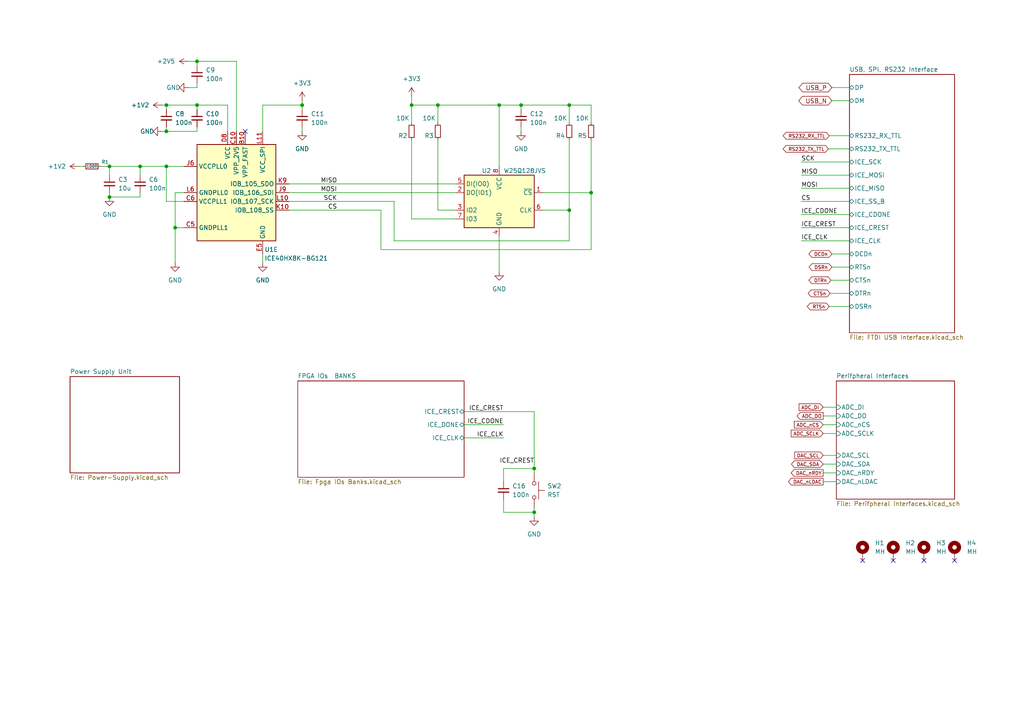
<source format=kicad_sch>
(kicad_sch (version 20211123) (generator eeschema)
  (paper "A4")
  (lib_symbols
    (symbol "Device:C_Small" (pin_numbers hide) (pin_names (offset 0.254) hide)
      (property "Reference" "C" (at 0.254 1.778 0))
      (property "Value" "C_Small" (at 0.254 -2.032 0))
      (symbol "C_Small_0_1"
        (polyline (pts (xy -1.524 -0.508) (xy 1.524 -0.508)) (stroke (width 0.3302)))
        (polyline (pts (xy -1.524 0.508) (xy 1.524 0.508)) (stroke (width 0.3048)))
      )
      (symbol "C_Small_1_1"
        (pin passive line (at 0 2.54 270) (length 2.032) (name "~") (number "1"))
        (pin passive line (at 0 -2.54 90) (length 2.032) (name "~") (number "2"))
      )
    )
    (symbol "Device:R_Small" (pin_numbers hide) (pin_names (offset 0.254) hide)
      (property "Reference" "R" (at 0.762 0.508 0))
      (property "Value" "R_Small" (at 0.762 -1.016 0))
      (symbol "R_Small_0_1"
        (rectangle (start -0.762 1.778) (end 0.762 -1.778) (stroke (width 0.2032)))
      )
      (symbol "R_Small_1_1"
        (pin passive line (at 0 2.54 270) (length 0.762) (name "~") (number "1"))
        (pin passive line (at 0 -2.54 90) (length 0.762) (name "~") (number "2"))
      )
    )
    (symbol "FPGA_Lattice:ICE40HX8K-BG121"
      (property "Reference" "U" (at 2.54 44.45 0))
      (property "Value" "ICE40HX8K-BG121" (at 10.16 41.91 0))
      (symbol "ICE40HX8K-BG121_1_1"
        (rectangle (start -8.89 31.75) (end 8.89 -38.1) (stroke (width 0.254)) (fill (type background)))
        (pin bidirectional line (at -12.7 -35.56 0) (length 3.81) (name "IOT_225") (number "A1"))
        (pin bidirectional line (at -12.7 17.78 0) (length 3.81) (name "IOT_170") (number "A10"))
        (pin bidirectional line (at -12.7 20.32 0) (length 3.81) (name "IOT_168") (number "A11"))
        (pin bidirectional line (at -12.7 -30.48 0) (length 3.81) (name "IOT_222") (number "A2"))
        (pin bidirectional line (at -12.7 -33.02 0) (length 3.81) (name "IOT_223") (number "A3"))
        (pin bidirectional line (at -12.7 -20.32 0) (length 3.81) (name "IOT_211") (number "A4"))
        (pin bidirectional line (at -12.7 -15.24 0) (length 3.81) (name "IOT_207") (number "A5"))
        (pin bidirectional line (at -12.7 -12.7 0) (length 3.81) (name "IOT_206") (number "A6"))
        (pin bidirectional line (at -12.7 -5.08 0) (length 3.81) (name "IOT_192") (number "A7"))
        (pin bidirectional line (at -12.7 0 0) (length 3.81) (name "IOT_190") (number "A8"))
        (pin bidirectional line (at -12.7 7.62 0) (length 3.81) (name "IOT_178") (number "A9"))
        (pin bidirectional line (at -12.7 -27.94 0) (length 3.81) (name "IOT_221") (number "B3"))
        (pin bidirectional line (at -12.7 -25.4 0) (length 3.81) (name "IOT_219") (number "B4"))
        (pin bidirectional line (at -12.7 -17.78 0) (length 3.81) (name "IOT_208") (number "B5"))
        (pin bidirectional line (at -12.7 -10.16 0) (length 3.81) (name "IOT_198_GBIN0") (number "B6"))
        (pin bidirectional line (at -12.7 -7.62 0) (length 3.81) (name "IOT_197_GBIN1") (number "B7"))
        (pin bidirectional line (at -12.7 10.16 0) (length 3.81) (name "IOT_177") (number "B8"))
        (pin bidirectional line (at -12.7 12.7 0) (length 3.81) (name "IOT_174") (number "B9"))
        (pin bidirectional line (at -12.7 -2.54 0) (length 3.81) (name "IOT_191") (number "C7"))
        (pin bidirectional line (at -12.7 5.08 0) (length 3.81) (name "IOT_179") (number "C8"))
        (pin bidirectional line (at -12.7 15.24 0) (length 3.81) (name "IOT_172") (number "C9"))
        (pin bidirectional line (at -12.7 -22.86 0) (length 3.81) (name "IOT_212") (number "D5"))
        (pin power_in line (at 0 35.56 270) (length 3.81) (name "VCCIO_0") (number "D6"))
        (pin bidirectional line (at -12.7 2.54 0) (length 3.81) (name "IOT_181") (number "D7"))
      )
      (symbol "ICE40HX8K-BG121_2_1"
        (rectangle (start -8.89 31.75) (end 8.89 -33.02) (stroke (width 0.254)) (fill (type background)))
        (pin bidirectional line (at -12.7 -30.48 0) (length 3.81) (name "IOR_161") (number "B11"))
        (pin bidirectional line (at -12.7 -27.94 0) (length 3.81) (name "IOR_160") (number "C11"))
        (pin bidirectional line (at -12.7 -25.4 0) (length 3.81) (name "IOR_154") (number "D10"))
        (pin bidirectional line (at -12.7 -22.86 0) (length 3.81) (name "IOR_152") (number "D11"))
        (pin bidirectional line (at -12.7 -17.78 0) (length 3.81) (name "IOR_147") (number "D9"))
        (pin bidirectional line (at -12.7 -10.16 0) (length 3.81) (name "IOR_141_GBIN2") (number "E10"))
        (pin bidirectional line (at -12.7 -20.32 0) (length 3.81) (name "IOR_148") (number "E11"))
        (pin bidirectional line (at -12.7 -15.24 0) (length 3.81) (name "IOR_146") (number "E8"))
        (pin bidirectional line (at -12.7 -12.7 0) (length 3.81) (name "IOR_144") (number "E9"))
        (pin bidirectional line (at -12.7 -2.54 0) (length 3.81) (name "IOR_136") (number "F10"))
        (pin bidirectional line (at -12.7 -7.62 0) (length 3.81) (name "IOR_140_GBIN3") (number "F11"))
        (pin power_in line (at 0 35.56 270) (length 3.81) (name "VCCIO_1") (number "F8"))
        (pin bidirectional line (at -12.7 -5.08 0) (length 3.81) (name "IOR_137") (number "F9"))
        (pin bidirectional line (at -12.7 5.08 0) (length 3.81) (name "IOR_120") (number "G10"))
        (pin bidirectional line (at -12.7 0 0) (length 3.81) (name "IOR_129") (number "G11"))
        (pin bidirectional line (at -12.7 10.16 0) (length 3.81) (name "IOR_118") (number "G8"))
        (pin bidirectional line (at -12.7 2.54 0) (length 3.81) (name "IOR_128") (number "G9"))
        (pin bidirectional line (at -12.7 15.24 0) (length 3.81) (name "IOR_116") (number "H10"))
        (pin bidirectional line (at -12.7 7.62 0) (length 3.81) (name "IOR_119") (number "H11"))
        (pin bidirectional line (at -12.7 12.7 0) (length 3.81) (name "IOR_117") (number "J10"))
        (pin bidirectional line (at -12.7 20.32 0) (length 3.81) (name "IOR_114") (number "J11"))
        (pin bidirectional line (at -12.7 17.78 0) (length 3.81) (name "IOR_115") (number "K11"))
      )
      (symbol "ICE40HX8K-BG121_3_1"
        (rectangle (start -11.43 29.21) (end 11.43 -31.75) (stroke (width 0.254)) (fill (type background)))
        (pin power_in line (at 0 33.02 270) (length 3.81) (name "VCCIO_2") (number "H6"))
        (pin bidirectional line (at -15.24 -15.24 0) (length 3.81) (name "IOB_87") (number "H7"))
        (pin bidirectional line (at -15.24 -27.94 0) (length 3.81) (name "IOB_104_CBSEL1") (number "H9"))
        (pin bidirectional line (at -15.24 15.24 0) (length 3.81) (name "IOB_57") (number "J3"))
        (pin bidirectional line (at -15.24 7.62 0) (length 3.81) (name "IOB_64") (number "J4"))
        (pin bidirectional line (at -15.24 -2.54 0) (length 3.81) (name "IOB_78") (number "J5"))
        (pin bidirectional line (at -15.24 -12.7 0) (length 3.81) (name "IOB_86") (number "J7"))
        (pin bidirectional line (at -15.24 -20.32 0) (length 3.81) (name "IOB_91") (number "J8"))
        (pin bidirectional line (at -15.24 10.16 0) (length 3.81) (name "IOB_63") (number "K3"))
        (pin bidirectional line (at -15.24 0 0) (length 3.81) (name "IOB_73") (number "K4"))
        (pin bidirectional line (at -15.24 -5.08 0) (length 3.81) (name "IOB_79") (number "K5"))
        (pin bidirectional line (at -15.24 -10.16 0) (length 3.81) (name "IOB_82_GBIN4") (number "K6"))
        (pin bidirectional line (at -15.24 -17.78 0) (length 3.81) (name "IOB_89") (number "K7"))
        (pin open_collector line (at 15.24 25.4 180) (length 3.81) (name "CDONE") (number "K8"))
        (pin bidirectional line (at -15.24 17.78 0) (length 3.81) (name "IOB_56") (number "L1"))
        (pin bidirectional line (at -15.24 12.7 0) (length 3.81) (name "IOB_61") (number "L2"))
        (pin bidirectional line (at -15.24 5.08 0) (length 3.81) (name "IOB_71") (number "L3"))
        (pin bidirectional line (at -15.24 2.54 0) (length 3.81) (name "IOB_72") (number "L4"))
        (pin bidirectional line (at -15.24 -7.62 0) (length 3.81) (name "IOB_81_GBIN5") (number "L5"))
        (pin bidirectional line (at -15.24 -22.86 0) (length 3.81) (name "IOB_94") (number "L7"))
        (pin bidirectional line (at -15.24 -25.4 0) (length 3.81) (name "IOB_103_CBSEL0") (number "L8"))
        (pin input line (at -15.24 25.4 0) (length 3.81) (name "~{CRESET}") (number "L9"))
      )
      (symbol "ICE40HX8K-BG121_4_1"
        (rectangle (start -8.89 39.37) (end 8.89 -39.37) (stroke (width 0.254)) (fill (type background)))
        (pin bidirectional line (at -12.7 27.94 0) (length 3.81) (name "IOL_2A") (number "B1"))
        (pin bidirectional line (at -12.7 25.4 0) (length 3.81) (name "IOL_2B") (number "B2"))
        (pin bidirectional line (at -12.7 15.24 0) (length 3.81) (name "IOL_5B") (number "C1"))
        (pin bidirectional line (at -12.7 17.78 0) (length 3.81) (name "IOL_5A") (number "C2"))
        (pin bidirectional line (at -12.7 20.32 0) (length 3.81) (name "IOL_4B") (number "C3"))
        (pin bidirectional line (at -12.7 22.86 0) (length 3.81) (name "IOL_4A") (number "C4"))
        (pin bidirectional line (at -12.7 10.16 0) (length 3.81) (name "IOL_8B") (number "D1"))
        (pin bidirectional line (at -12.7 7.62 0) (length 3.81) (name "IOL_9A") (number "D2"))
        (pin bidirectional line (at -12.7 5.08 0) (length 3.81) (name "IOL_9B") (number "D3"))
        (pin bidirectional line (at -12.7 12.7 0) (length 3.81) (name "IOL_8A") (number "E1"))
        (pin bidirectional line (at -12.7 2.54 0) (length 3.81) (name "IOL_10A") (number "E2"))
        (pin bidirectional line (at -12.7 0 0) (length 3.81) (name "IOL_10B") (number "E3"))
        (pin power_in line (at 0 43.18 270) (length 3.81) (name "VCCIO_3") (number "E4"))
        (pin bidirectional line (at -12.7 -2.54 0) (length 3.81) (name "IOL_12A") (number "F1"))
        (pin bidirectional line (at -12.7 -5.08 0) (length 3.81) (name "IOL_12B") (number "F2"))
        (pin bidirectional line (at -12.7 -10.16 0) (length 3.81) (name "IOL_13B_GBIN7") (number "F3"))
        (pin bidirectional line (at -12.7 -7.62 0) (length 3.81) (name "IOL_13A") (number "F4"))
        (pin bidirectional line (at -12.7 -12.7 0) (length 3.81) (name "IOL_14A_GBIN6") (number "G1"))
        (pin bidirectional line (at -12.7 -15.24 0) (length 3.81) (name "IOL_14B") (number "G2"))
        (pin bidirectional line (at -12.7 -17.78 0) (length 3.81) (name "IOL_17A") (number "G3"))
        (pin passive line (at 0 43.18 270) (length 3.81) hide (name "VCCIO_3") (number "G4"))
        (pin bidirectional line (at -12.7 -22.86 0) (length 3.81) (name "IOL_18A") (number "H1"))
        (pin bidirectional line (at -12.7 -25.4 0) (length 3.81) (name "IOL_18B") (number "H2"))
        (pin bidirectional line (at -12.7 -20.32 0) (length 3.81) (name "IOL_17B") (number "H3"))
        (pin bidirectional line (at -12.7 -27.94 0) (length 3.81) (name "IOL_23A") (number "J1"))
        (pin bidirectional line (at -12.7 -35.56 0) (length 3.81) (name "IOL_25B") (number "J2"))
        (pin bidirectional line (at -12.7 -30.48 0) (length 3.81) (name "IOL_23B") (number "K1"))
        (pin bidirectional line (at -12.7 -33.02 0) (length 3.81) (name "IOL_25A") (number "K2"))
      )
      (symbol "ICE40HX8K-BG121_5_1"
        (rectangle (start -11.43 13.97) (end 11.43 -13.97) (stroke (width 0.254)) (fill (type background)))
        (pin power_in line (at -2.54 17.78 270) (length 3.81) (name "VPP_FAST") (number "B10"))
        (pin power_in line (at 0 17.78 270) (length 3.81) (name "VPP_2V5") (number "C10"))
        (pin power_in line (at 15.24 -10.16 180) (length 3.81) (name "GNDPLL1") (number "C5"))
        (pin power_in line (at 15.24 -2.54 180) (length 3.81) (name "VCCPLL1") (number "C6"))
        (pin passive line (at 2.54 17.78 270) (length 3.81) hide (name "VCC") (number "D4"))
        (pin power_in line (at 2.54 17.78 270) (length 3.81) (name "VCC") (number "D8"))
        (pin power_in line (at -7.62 -17.78 90) (length 3.81) (name "GND") (number "E5"))
        (pin passive line (at -7.62 -17.78 90) (length 3.81) hide (name "GND") (number "E6"))
        (pin passive line (at -7.62 -17.78 90) (length 3.81) hide (name "GND") (number "E7"))
        (pin passive line (at -7.62 -17.78 90) (length 3.81) hide (name "GND") (number "F5"))
        (pin passive line (at -7.62 -17.78 90) (length 3.81) hide (name "GND") (number "F6"))
        (pin passive line (at -7.62 -17.78 90) (length 3.81) hide (name "GND") (number "F7"))
        (pin passive line (at -7.62 -17.78 90) (length 3.81) hide (name "GND") (number "G5"))
        (pin passive line (at -7.62 -17.78 90) (length 3.81) hide (name "GND") (number "G6"))
        (pin passive line (at -7.62 -17.78 90) (length 3.81) hide (name "GND") (number "G7"))
        (pin passive line (at 2.54 17.78 270) (length 3.81) hide (name "VCC") (number "H4"))
        (pin passive line (at -7.62 -17.78 90) (length 3.81) hide (name "GND") (number "H5"))
        (pin passive line (at 2.54 17.78 270) (length 3.81) hide (name "VCC") (number "H8"))
        (pin power_in line (at 15.24 7.62 180) (length 3.81) (name "VCCPLL0") (number "J6"))
        (pin bidirectional line (at -15.24 0 0) (length 3.81) (name "IOB_106_SDI") (number "J9"))
        (pin bidirectional line (at -15.24 -5.08 0) (length 3.81) (name "IOB_108_SS") (number "K10"))
        (pin bidirectional line (at -15.24 2.54 0) (length 3.81) (name "IOB_105_SDO") (number "K9"))
        (pin bidirectional line (at -15.24 -2.54 0) (length 3.81) (name "IOB_107_SCK") (number "L10"))
        (pin power_in line (at -7.62 17.78 270) (length 3.81) (name "VCC_SPI") (number "L11"))
        (pin power_in line (at 15.24 0 180) (length 3.81) (name "GNDPLL0") (number "L6"))
      )
    )
    (symbol "Mechanical:MountingHole_Pad" (pin_numbers hide) (pin_names (offset 1.016) hide)
      (property "Reference" "H" (at 0 6.35 0))
      (property "Value" "MountingHole_Pad" (at 0 4.445 0))
      (symbol "MountingHole_Pad_0_1"
        (circle (center 0 1.27) (radius 1.27) (stroke (width 1.27)))
      )
      (symbol "MountingHole_Pad_1_1"
        (pin input line (at 0 -2.54 90) (length 2.54) (name "1") (number "1"))
      )
    )
    (symbol "Memory_Flash:W25Q128JVS"
      (property "Reference" "U" (at -8.89 8.89 0))
      (property "Value" "W25Q128JVS" (at 7.62 8.89 0))
      (symbol "W25Q128JVS_0_1"
        (rectangle (start -10.16 7.62) (end 10.16 -7.62) (stroke (width 0.254)) (fill (type background)))
      )
      (symbol "W25Q128JVS_1_1"
        (pin input line (at -12.7 2.54 0) (length 2.54) (name "~{CS}") (number "1"))
        (pin bidirectional line (at 12.7 2.54 180) (length 2.54) (name "DO(IO1)") (number "2"))
        (pin bidirectional line (at 12.7 -2.54 180) (length 2.54) (name "IO2") (number "3"))
        (pin power_in line (at 0 -10.16 90) (length 2.54) (name "GND") (number "4"))
        (pin bidirectional line (at 12.7 5.08 180) (length 2.54) (name "DI(IO0)") (number "5"))
        (pin input line (at -12.7 -2.54 0) (length 2.54) (name "CLK") (number "6"))
        (pin bidirectional line (at 12.7 -5.08 180) (length 2.54) (name "IO3") (number "7"))
        (pin power_in line (at 0 10.16 270) (length 2.54) (name "VCC") (number "8"))
      )
    )
    (symbol "Switch:SW_Push" (pin_numbers hide) (pin_names (offset 1.016) hide)
      (property "Reference" "SW" (at 1.27 2.54 0))
      (property "Value" "SW_Push" (at 0 -1.524 0))
      (symbol "SW_Push_0_1"
        (circle (center -2.032 0) (radius 0.508))
        (polyline (pts (xy 0 1.27) (xy 0 3.048)))
        (polyline (pts (xy 2.54 1.27) (xy -2.54 1.27)))
        (circle (center 2.032 0) (radius 0.508))
        (pin passive line (at -5.08 0 0) (length 2.54) (name "1") (number "1"))
        (pin passive line (at 5.08 0 180) (length 2.54) (name "2") (number "2"))
      )
    )
    (symbol "power:+1V2" (power) (pin_names (offset 0))
      (property "Value" "+1V2" (at 0 3.556 0))
      (symbol "+1V2_0_1"
        (polyline (pts (xy -0.762 1.27) (xy 0 2.54)))
        (polyline (pts (xy 0 0) (xy 0 2.54)))
        (polyline (pts (xy 0 2.54) (xy 0.762 1.27)))
      )
      (symbol "+1V2_1_1"
        (pin power_in line (at 0 0 90) (length 0) hide (name "+1V2") (number "1"))
      )
    )
    (symbol "power:+2V5" (power) (pin_names (offset 0))
      (property "Value" "+2V5" (at 0 3.556 0))
      (symbol "+2V5_0_1"
        (polyline (pts (xy -0.762 1.27) (xy 0 2.54)))
        (polyline (pts (xy 0 0) (xy 0 2.54)))
        (polyline (pts (xy 0 2.54) (xy 0.762 1.27)))
      )
      (symbol "+2V5_1_1"
        (pin power_in line (at 0 0 90) (length 0) hide (name "+2V5") (number "1"))
      )
    )
    (symbol "power:+3.3V" (power) (pin_names (offset 0))
      (property "Value" "+3.3V" (at 0 3.556 0))
      (symbol "+3.3V_0_1"
        (polyline (pts (xy -0.762 1.27) (xy 0 2.54)))
        (polyline (pts (xy 0 0) (xy 0 2.54)))
        (polyline (pts (xy 0 2.54) (xy 0.762 1.27)))
      )
      (symbol "+3.3V_1_1"
        (pin power_in line (at 0 0 90) (length 0) hide (name "+3V3") (number "1"))
      )
    )
    (symbol "power:GND" (power) (pin_names (offset 0))
      (property "Value" "GND" (at 0 -3.81 0))
      (symbol "GND_0_1"
        (polyline (pts (xy 0 0) (xy 0 -1.27) (xy 1.27 -1.27) (xy 0 -2.54) (xy -1.27 -1.27) (xy 0 -1.27)))
      )
      (symbol "GND_1_1"
        (pin power_in line (at 0 0 270) (length 0) hide (name "GND") (number "1"))
      )
    )
  )
  (junction (at 154.94 135.89))
  (junction (at 57.15 30.48))
  (junction (at 48.26 30.48))
  (junction (at 144.78 30.48))
  (junction (at 31.75 57.15))
  (junction (at 154.94 148.59))
  (junction (at 87.63 30.48))
  (junction (at 151.13 30.48))
  (junction (at 40.64 48.26))
  (junction (at 57.15 17.78))
  (junction (at 31.75 48.26))
  (junction (at 127 30.48))
  (junction (at 48.26 48.26))
  (junction (at 165.1 30.48))
  (junction (at 50.8 66.04))
  (junction (at 48.26 38.1))
  (junction (at 171.45 55.88))
  (junction (at 165.1 60.96))
  (junction (at 119.38 30.48))
  (no_connect (at 276.86 162.56))
  (no_connect (at 250.19 162.56))
  (no_connect (at 259.08 162.56))
  (no_connect (at 267.97 162.56))
  (no_connect (at 71.12 38.1))
  (wire (pts (xy 53.34 66.04) (xy 50.8 66.04)))
  (wire (pts (xy 31.75 48.26) (xy 40.64 48.26)))
  (wire (pts (xy 48.26 30.48) (xy 57.15 30.48)))
  (wire (pts (xy 29.21 48.26) (xy 31.75 48.26)))
  (wire (pts (xy 144.78 30.48) (xy 144.78 48.26)))
  (wire (pts (xy 127 40.64) (xy 127 60.96)))
  (wire (pts (xy 151.13 30.48) (xy 165.1 30.48)))
  (wire (pts (xy 154.94 147.32) (xy 154.94 148.59)))
  (wire (pts (xy 232.41 58.42) (xy 246.38 58.42)))
  (wire (pts (xy 76.2 30.48) (xy 87.63 30.48)))
  (wire (pts (xy 241.3 77.47) (xy 246.38 77.47)))
  (wire (pts (xy 48.26 36.83) (xy 48.26 38.1)))
  (wire (pts (xy 241.3 73.66) (xy 246.38 73.66)))
  (wire (pts (xy 238.76 125.73) (xy 242.57 125.73)))
  (wire (pts (xy 127 30.48) (xy 127 35.56)))
  (wire (pts (xy 157.48 55.88) (xy 171.45 55.88)))
  (wire (pts (xy 238.76 139.7) (xy 242.57 139.7)))
  (wire (pts (xy 165.1 69.85) (xy 114.3 69.85)))
  (wire (pts (xy 240.538 39.37) (xy 246.38 39.37)))
  (wire (pts (xy 241.3 25.4) (xy 246.38 25.4)))
  (wire (pts (xy 154.94 135.89) (xy 154.94 137.16)))
  (wire (pts (xy 57.15 30.48) (xy 57.15 31.75)))
  (wire (pts (xy 146.05 144.78) (xy 146.05 148.59)))
  (wire (pts (xy 165.1 40.64) (xy 165.1 60.96)))
  (wire (pts (xy 40.64 55.88) (xy 40.64 57.15)))
  (wire (pts (xy 50.8 55.88) (xy 50.8 66.04)))
  (wire (pts (xy 83.82 60.96) (xy 110.49 60.96)))
  (wire (pts (xy 232.41 54.61) (xy 246.38 54.61)))
  (wire (pts (xy 232.41 69.85) (xy 246.38 69.85)))
  (wire (pts (xy 83.82 55.88) (xy 132.08 55.88)))
  (wire (pts (xy 48.26 48.26) (xy 48.26 58.42)))
  (wire (pts (xy 46.99 30.48) (xy 48.26 30.48)))
  (wire (pts (xy 53.34 55.88) (xy 50.8 55.88)))
  (wire (pts (xy 144.78 68.58) (xy 144.78 78.74)))
  (wire (pts (xy 238.76 120.65) (xy 242.57 120.65)))
  (wire (pts (xy 22.86 48.26) (xy 24.13 48.26)))
  (wire (pts (xy 240.284 43.18) (xy 246.38 43.18)))
  (wire (pts (xy 238.76 132.08) (xy 242.57 132.08)))
  (wire (pts (xy 40.64 48.26) (xy 40.64 50.8)))
  (wire (pts (xy 119.38 63.5) (xy 119.38 40.64)))
  (wire (pts (xy 232.41 66.04) (xy 246.38 66.04)))
  (wire (pts (xy 232.41 46.99) (xy 246.38 46.99)))
  (wire (pts (xy 54.61 17.78) (xy 57.15 17.78)))
  (wire (pts (xy 241.046 81.28) (xy 246.38 81.28)))
  (wire (pts (xy 240.538 88.9) (xy 246.38 88.9)))
  (wire (pts (xy 171.45 55.88) (xy 171.45 72.39)))
  (wire (pts (xy 119.38 27.94) (xy 119.38 30.48)))
  (wire (pts (xy 119.38 30.48) (xy 119.38 35.56)))
  (wire (pts (xy 238.76 123.19) (xy 242.57 123.19)))
  (wire (pts (xy 57.15 25.4) (xy 57.15 24.13)))
  (wire (pts (xy 68.58 17.78) (xy 68.58 38.1)))
  (wire (pts (xy 134.62 119.38) (xy 154.94 119.38)))
  (wire (pts (xy 171.45 30.48) (xy 171.45 35.56)))
  (wire (pts (xy 57.15 17.78) (xy 68.58 17.78)))
  (wire (pts (xy 76.2 73.66) (xy 76.2 76.2)))
  (wire (pts (xy 46.99 38.1) (xy 48.26 38.1)))
  (wire (pts (xy 66.04 38.1) (xy 66.04 30.48)))
  (wire (pts (xy 48.26 38.1) (xy 57.15 38.1)))
  (wire (pts (xy 134.62 123.19) (xy 146.05 123.19)))
  (wire (pts (xy 110.49 72.39) (xy 110.49 60.96)))
  (wire (pts (xy 241.3 29.21) (xy 246.38 29.21)))
  (wire (pts (xy 31.75 55.88) (xy 31.75 57.15)))
  (wire (pts (xy 165.1 60.96) (xy 165.1 69.85)))
  (wire (pts (xy 238.76 134.62) (xy 242.57 134.62)))
  (wire (pts (xy 132.08 63.5) (xy 119.38 63.5)))
  (wire (pts (xy 127 60.96) (xy 132.08 60.96)))
  (wire (pts (xy 53.34 58.42) (xy 48.26 58.42)))
  (wire (pts (xy 76.2 38.1) (xy 76.2 30.48)))
  (wire (pts (xy 232.41 62.23) (xy 246.38 62.23)))
  (wire (pts (xy 165.1 30.48) (xy 171.45 30.48)))
  (wire (pts (xy 171.45 72.39) (xy 110.49 72.39)))
  (wire (pts (xy 146.05 139.7) (xy 146.05 135.89)))
  (wire (pts (xy 232.41 50.8) (xy 246.38 50.8)))
  (wire (pts (xy 87.63 30.48) (xy 87.63 31.75)))
  (wire (pts (xy 119.38 30.48) (xy 127 30.48)))
  (wire (pts (xy 134.62 127) (xy 146.05 127)))
  (wire (pts (xy 238.76 137.16) (xy 242.57 137.16)))
  (wire (pts (xy 146.05 148.59) (xy 154.94 148.59)))
  (wire (pts (xy 50.8 66.04) (xy 50.8 76.2)))
  (wire (pts (xy 87.63 36.83) (xy 87.63 38.1)))
  (wire (pts (xy 114.3 69.85) (xy 114.3 58.42)))
  (wire (pts (xy 31.75 57.15) (xy 40.64 57.15)))
  (wire (pts (xy 83.82 53.34) (xy 132.08 53.34)))
  (wire (pts (xy 48.26 48.26) (xy 53.34 48.26)))
  (wire (pts (xy 144.78 30.48) (xy 151.13 30.48)))
  (wire (pts (xy 154.94 148.59) (xy 154.94 149.86)))
  (wire (pts (xy 66.04 30.48) (xy 57.15 30.48)))
  (wire (pts (xy 57.15 17.78) (xy 57.15 19.05)))
  (wire (pts (xy 240.792 85.09) (xy 246.38 85.09)))
  (wire (pts (xy 57.15 38.1) (xy 57.15 36.83)))
  (wire (pts (xy 83.82 58.42) (xy 114.3 58.42)))
  (wire (pts (xy 151.13 36.83) (xy 151.13 38.1)))
  (wire (pts (xy 146.05 135.89) (xy 154.94 135.89)))
  (wire (pts (xy 151.13 31.75) (xy 151.13 30.48)))
  (wire (pts (xy 31.75 48.26) (xy 31.75 50.8)))
  (wire (pts (xy 165.1 30.48) (xy 165.1 35.56)))
  (wire (pts (xy 154.94 119.38) (xy 154.94 135.89)))
  (wire (pts (xy 127 30.48) (xy 144.78 30.48)))
  (wire (pts (xy 87.63 29.21) (xy 87.63 30.48)))
  (wire (pts (xy 157.48 60.96) (xy 165.1 60.96)))
  (wire (pts (xy 48.26 30.48) (xy 48.26 31.75)))
  (wire (pts (xy 171.45 40.64) (xy 171.45 55.88)))
  (wire (pts (xy 54.61 25.4) (xy 57.15 25.4)))
  (wire (pts (xy 40.64 48.26) (xy 48.26 48.26)))
  (wire (pts (xy 238.76 118.11) (xy 242.57 118.11)))
  (label "ICE_CDONE" (at 146.05 123.19 180))
  (label "ICE_CREST" (at 232.41 66.04 0))
  (label "MISO" (at 97.79 53.34 180))
  (label "SCK" (at 97.79 58.42 180))
  (label "ICE_CREST" (at 146.05 119.38 180))
  (label "ICE_CREST" (at 154.94 134.62 180))
  (label "ICE_CLK" (at 232.41 69.85 0))
  (label "CS" (at 97.79 60.96 180))
  (label "MISO" (at 232.41 50.8 0))
  (label "CS" (at 232.41 58.42 0))
  (label "ICE_CDONE" (at 232.41 62.23 0))
  (label "MOSI" (at 232.41 54.61 0))
  (label "ICE_CLK" (at 146.05 127 180))
  (label "SCK" (at 232.41 46.99 0))
  (label "MOSI" (at 97.79 55.88 180))
  (global_label "DSRn" (shape bidirectional) (at 241.3 77.47 180) (effects (font (size 1 1))) (property "Intersheet References" "${INTERSHEET_REFS}" (effects hide)))
  (global_label "ADC_DO" (shape output) (at 238.76 120.65 180) (effects (font (size 1 1))) (property "Intersheet References" "${INTERSHEET_REFS}" (effects hide)))
  (global_label "DAC_SDA" (shape bidirectional) (at 238.76 134.62 180) (effects (font (size 1 1))) (property "Intersheet References" "${INTERSHEET_REFS}" (effects hide)))
  (global_label "RS232_TX_TTL" (shape bidirectional) (at 240.284 43.18 180) (effects (font (size 1 1))) (property "Intersheet References" "${INTERSHEET_REFS}" (effects hide)))
  (global_label "USB_N" (shape bidirectional) (at 241.3 29.21 180) (property "Intersheet References" "${INTERSHEET_REFS}" (effects hide)))
  (global_label "CTSn" (shape bidirectional) (at 240.792 85.09 180) (effects (font (size 1 1))) (property "Intersheet References" "${INTERSHEET_REFS}" (effects hide)))
  (global_label "DAC_nLDAC" (shape output) (at 238.76 139.7 180) (effects (font (size 1 1))) (property "Intersheet References" "${INTERSHEET_REFS}" (effects hide)))
  (global_label "DTRn" (shape bidirectional) (at 241.046 81.28 180) (effects (font (size 1 1))) (property "Intersheet References" "${INTERSHEET_REFS}" (effects hide)))
  (global_label "ADC_nCS" (shape input) (at 238.76 123.19 180) (effects (font (size 1 1))) (property "Intersheet References" "${INTERSHEET_REFS}" (effects hide)))
  (global_label "DCDn" (shape bidirectional) (at 241.3 73.66 180) (effects (font (size 1 1))) (property "Intersheet References" "${INTERSHEET_REFS}" (effects hide)))
  (global_label "DAC_nRDY" (shape output) (at 238.76 137.16 180) (effects (font (size 1 1))) (property "Intersheet References" "${INTERSHEET_REFS}" (effects hide)))
  (global_label "ADC_DI" (shape input) (at 238.76 118.11 180) (effects (font (size 1 1))) (property "Intersheet References" "${INTERSHEET_REFS}" (effects hide)))
  (global_label "ADC_SCLK" (shape input) (at 238.76 125.73 180) (effects (font (size 1 1))) (property "Intersheet References" "${INTERSHEET_REFS}" (effects hide)))
  (global_label "RS232_RX_TTL" (shape bidirectional) (at 240.538 39.37 180) (effects (font (size 1 1))) (property "Intersheet References" "${INTERSHEET_REFS}" (effects hide)))
  (global_label "RTSn" (shape bidirectional) (at 240.538 88.9 180) (effects (font (size 1 1))) (property "Intersheet References" "${INTERSHEET_REFS}" (effects hide)))
  (global_label "USB_P" (shape bidirectional) (at 241.3 25.4 180) (property "Intersheet References" "${INTERSHEET_REFS}" (effects hide)))
  (global_label "DAC_SCL" (shape input) (at 238.76 132.08 180) (effects (font (size 1 1))) (property "Intersheet References" "${INTERSHEET_REFS}" (effects hide)))
  (symbol (lib_id "Device:R_Small") (at 165.1 38.1 180) (unit 1)
    (property "Reference" "R4" (at 162.56 39.37 0))
    (property "Value" "10K" (at 162.56 34.29 0))
    (property "Footprint" "Resistor_SMD:R_0603_1608Metric" (effects hide))
  )
  (symbol (lib_id "power:+3.3V") (at 87.63 29.21 0) (unit 1)
    (property "Reference" "#PWR09" (effects hide))
    (property "Value" "+3.3V" (at 87.63 24.13 0))
  )
  (symbol (lib_id "power:+2V5") (at 54.61 17.78 90) (unit 1)
    (property "Reference" "#PWR02" (effects hide))
    (property "Value" "+2V5" (at 50.8 17.7799 90) (effects (justify left)))
  )
  (symbol (lib_id "power:GND") (at 154.94 149.86 0) (unit 1)
    (property "Reference" "#PWR045" (effects hide))
    (property "Value" "GND" (at 154.94 154.94 0))
  )
  (symbol (lib_id "Memory_Flash:W25Q128JVS") (at 144.78 58.42 0) (mirror y) (unit 1)
    (property "Reference" "U2" (at 139.7 49.53 0) (effects (justify right)))
    (property "Value" "W25Q128JVS" (at 146.05 49.53 0) (effects (justify right)))
    (property "Footprint" "Package_SO:SOIC-8_3.9x4.9mm_P1.27mm" (effects hide))
    (property "Datasheet" "http://www.winbond.com/resource-files/w25q128jv_dtr%20revc%2003272018%20plus.pdf" (effects hide))
  )
  (symbol (lib_id "power:GND") (at 151.13 38.1 0) (unit 1)
    (property "Reference" "#PWR013" (effects hide))
    (property "Value" "GND" (at 151.13 43.18 0))
  )
  (symbol (lib_id "Mechanical:MountingHole_Pad") (at 259.08 160.02 0) (unit 1)
    (property "Reference" "H2" (at 262.636 157.4799 0) (effects (justify left)))
    (property "Value" "MH" (at 262.636 160.0199 0) (effects (justify left)))
    (property "Footprint" "MountingHole:MountingHole_2.2mm_M2_Pad_Via" (effects hide))
  )
  (symbol (lib_id "power:GND") (at 54.61 25.4 270) (unit 1)
    (property "Reference" "#PWR03" (effects hide))
    (property "Value" "GND" (at 48.26 25.4 90) (effects (justify left)))
  )
  (symbol (lib_id "power:GND") (at 31.75 57.15 0) (unit 1)
    (property "Reference" "#PWR06" (effects hide))
    (property "Value" "GND" (at 31.75 62.23 0))
  )
  (symbol (lib_id "Device:C_Small") (at 146.05 142.24 0) (unit 1)
    (property "Reference" "C16" (at 148.59 140.9762 0) (effects (justify left)))
    (property "Value" "100n" (at 148.59 143.5162 0) (effects (justify left)))
    (property "Footprint" "Capacitor_SMD:C_0603_1608Metric" (effects hide))
  )
  (symbol (lib_id "Device:R_Small") (at 119.38 38.1 180) (unit 1)
    (property "Reference" "R2" (at 116.84 39.37 0))
    (property "Value" "10K" (at 116.84 34.29 0))
    (property "Footprint" "Resistor_SMD:R_0603_1608Metric" (effects hide))
  )
  (symbol (lib_id "Mechanical:MountingHole_Pad") (at 267.97 160.02 0) (unit 1)
    (property "Reference" "H3" (at 271.526 157.4799 0) (effects (justify left)))
    (property "Value" "MH" (at 271.526 160.0199 0) (effects (justify left)))
    (property "Footprint" "MountingHole:MountingHole_2.2mm_M2_Pad_Via" (effects hide))
  )
  (symbol (lib_id "Device:C_Small") (at 57.15 21.59 0) (unit 1)
    (property "Reference" "C9" (at 59.69 20.3262 0) (effects (justify left)))
    (property "Value" "100n" (at 59.69 22.8662 0) (effects (justify left)))
    (property "Footprint" "Capacitor_SMD:C_0603_1608Metric" (effects hide))
  )
  (symbol (lib_id "Switch:SW_Push") (at 154.94 142.24 270) (unit 1)
    (property "Reference" "SW2" (at 158.75 140.9699 90) (effects (justify left)))
    (property "Value" "RST" (at 158.75 143.5099 90) (effects (justify left)))
    (property "Footprint" "Button_Switch_SMD:SW_SPST_CK_RS282G05A3" (effects hide))
  )
  (symbol (lib_id "Mechanical:MountingHole_Pad") (at 276.86 160.02 0) (unit 1)
    (property "Reference" "H4" (at 280.416 157.4799 0) (effects (justify left)))
    (property "Value" "MH" (at 280.416 160.0199 0) (effects (justify left)))
    (property "Footprint" "MountingHole:MountingHole_2.2mm_M2_Pad_Via" (effects hide))
  )
  (symbol (lib_id "Device:C_Small") (at 31.75 53.34 0) (unit 1)
    (property "Reference" "C3" (at 34.29 52.0762 0) (effects (justify left)))
    (property "Value" "10u" (at 34.29 54.6162 0) (effects (justify left)))
    (property "Footprint" "Capacitor_SMD:C_0603_1608Metric" (effects hide))
  )
  (symbol (lib_id "FPGA_Lattice:ICE40HX8K-BG121") (at 68.58 55.88 0) (mirror y) (unit 5)
    (property "Reference" "U1" (at 76.7206 72.39 0) (effects (justify right)))
    (property "Value" "ICE40HX8K-BG121" (at 76.7206 74.93 0) (effects (justify right)))
    (property "Footprint" "Package_BGA:BGA-121_9.0x9.0mm_Layout11x11_P0.8mm_Ball0.4mm_Pad0.35mm_NSMD" (effects hide))
    (property "Datasheet" "http://www.latticesemi.com/Products/FPGAandCPLD/iCE40" (effects hide))
  )
  (symbol (lib_id "power:+1V2") (at 22.86 48.26 90) (unit 1)
    (property "Reference" "#PWR01" (effects hide))
    (property "Value" "+1V2" (at 16.51 48.26 90))
  )
  (symbol (lib_id "Device:C_Small") (at 151.13 34.29 0) (unit 1)
    (property "Reference" "C12" (at 153.67 33.0262 0) (effects (justify left)))
    (property "Value" "100n" (at 153.67 35.5662 0) (effects (justify left)))
    (property "Footprint" "Capacitor_SMD:C_0603_1608Metric" (effects hide))
  )
  (symbol (lib_id "power:GND") (at 144.78 78.74 0) (unit 1)
    (property "Reference" "#PWR012" (effects hide))
    (property "Value" "GND" (at 144.78 83.82 0))
  )
  (symbol (lib_id "power:+3.3V") (at 119.38 27.94 0) (unit 1)
    (property "Reference" "#PWR011" (effects hide))
    (property "Value" "+3.3V" (at 119.38 22.86 0))
  )
  (symbol (lib_id "Device:C_Small") (at 57.15 34.29 0) (unit 1)
    (property "Reference" "C10" (at 59.69 33.0262 0) (effects (justify left)))
    (property "Value" "100n" (at 59.69 35.5662 0) (effects (justify left)))
    (property "Footprint" "Capacitor_SMD:C_0603_1608Metric" (effects hide))
  )
  (symbol (lib_id "Device:C_Small") (at 40.64 53.34 0) (unit 1)
    (property "Reference" "C6" (at 43.18 52.0762 0) (effects (justify left)))
    (property "Value" "100n" (at 43.18 54.6162 0) (effects (justify left)))
    (property "Footprint" "Capacitor_SMD:C_0603_1608Metric" (effects hide))
  )
  (symbol (lib_id "power:GND") (at 50.8 76.2 0) (mirror y) (unit 1)
    (property "Reference" "#PWR07" (effects hide))
    (property "Value" "GND" (at 50.8 81.28 0))
  )
  (symbol (lib_id "power:GND") (at 87.63 38.1 0) (unit 1)
    (property "Reference" "#PWR010" (effects hide))
    (property "Value" "GND" (at 87.63 43.18 0))
  )
  (symbol (lib_id "Device:R_Small") (at 127 38.1 180) (unit 1)
    (property "Reference" "R3" (at 124.46 39.37 0))
    (property "Value" "10K" (at 124.46 34.29 0))
    (property "Footprint" "Resistor_SMD:R_0603_1608Metric" (effects hide))
  )
  (symbol (lib_id "power:GND") (at 76.2 76.2 0) (mirror y) (unit 1)
    (property "Reference" "#PWR08" (effects hide))
    (property "Value" "GND" (at 76.2 81.28 0))
  )
  (symbol (lib_id "Device:C_Small") (at 48.26 34.29 0) (unit 1)
    (property "Reference" "C8" (at 50.8 33.0262 0) (effects (justify left)))
    (property "Value" "100n" (at 50.8 35.5662 0) (effects (justify left)))
    (property "Footprint" "Capacitor_SMD:C_0603_1608Metric" (effects hide))
  )
  (symbol (lib_id "power:+1V2") (at 46.99 30.48 90) (unit 1)
    (property "Reference" "#PWR05" (effects hide))
    (property "Value" "+1V2" (at 40.64 30.48 90))
  )
  (symbol (lib_id "power:GND") (at 46.99 38.1 270) (unit 1)
    (property "Reference" "#PWR04" (effects hide))
    (property "Value" "GND" (at 40.64 38.1 90) (effects (justify left)))
  )
  (symbol (lib_id "Mechanical:MountingHole_Pad") (at 250.19 160.02 0) (unit 1)
    (property "Reference" "H1" (at 253.746 157.4799 0) (effects (justify left)))
    (property "Value" "MH" (at 253.746 160.0199 0) (effects (justify left)))
    (property "Footprint" "MountingHole:MountingHole_2.2mm_M2_Pad_Via" (effects hide))
  )
  (symbol (lib_id "Device:R_Small") (at 171.45 38.1 180) (unit 1)
    (property "Reference" "R5" (at 168.91 39.37 0))
    (property "Value" "10K" (at 168.91 34.29 0))
    (property "Footprint" "Resistor_SMD:R_0603_1608Metric" (effects hide))
  )
  (symbol (lib_id "Device:R_Small") (at 26.67 48.26 270) (unit 1)
    (property "Reference" "R1" (at 30.48 46.99 90) (effects (font (size 1 1))))
    (property "Value" "100R" (at 26.67 48.26 90) (effects (font (size 0.8 0.8))))
    (property "Footprint" "Resistor_SMD:R_0603_1608Metric" (effects hide))
  )
  (symbol (lib_id "Device:C_Small") (at 87.63 34.29 0) (unit 1)
    (property "Reference" "C11" (at 90.17 33.0262 0) (effects (justify left)))
    (property "Value" "100n" (at 90.17 35.5662 0) (effects (justify left)))
    (property "Footprint" "Capacitor_SMD:C_0603_1608Metric" (effects hide))
  )
  (sheet (at 20.32 109.22) (size 31.75 27.94) (stroke (width 0.1524))
    (property "Sheet name" "Power Supply Unit" (at 20.32 108.5084 0) (effects (justify left bottom)))
    (property "Sheet file" "Power-Supply.kicad_sch" (at 20.32 137.7446 0) (effects (justify left top)))
  )
  (sheet (at 86.36 110.49) (size 48.26 27.94) (stroke (width 0.1524))
    (property "Sheet name" "FPGA IOs  BANKS" (at 86.36 109.7784 0) (effects (justify left bottom)))
    (property "Sheet file" "Fpga IOs Banks.kicad_sch" (at 86.36 139.0146 0) (effects (justify left top)))
    (pin "ICE_CREST" bidirectional (at 134.62 119.38 0))
    (pin "ICE_CLK" bidirectional (at 134.62 127 0))
    (pin "ICE_DONE" bidirectional (at 134.62 123.19 0))
  )
  (sheet (at 242.57 110.49) (size 34.29 34.29) (stroke (width 0.1524))
    (property "Sheet name" "Perifpheral Interfaces" (at 242.57 109.7784 0) (effects (justify left bottom)))
    (property "Sheet file" "Perifpheral Interfaces.kicad_sch" (at 242.57 145.3646 0) (effects (justify left top)))
    (pin "ADC_DI" input (at 242.57 118.11 180))
    (pin "ADC_DO" input (at 242.57 120.65 180))
    (pin "ADC_nCS" input (at 242.57 123.19 180))
    (pin "ADC_SCLK" input (at 242.57 125.73 180))
    (pin "DAC_nLDAC" input (at 242.57 139.7 180))
    (pin "DAC_SCL" input (at 242.57 132.08 180))
    (pin "DAC_SDA" input (at 242.57 134.62 180))
    (pin "DAC_nRDY" input (at 242.57 137.16 180))
  )
  (sheet (at 246.38 21.59) (size 30.48 74.93) (stroke (width 0.1524))
    (property "Sheet name" "USB, SPI, RS232 Interface" (at 246.38 20.8784 0) (effects (justify left bottom)))
    (property "Sheet file" "FTDI USB Interface.kicad_sch" (at 246.38 97.1046 0) (effects (justify left top)))
    (pin "DP" bidirectional (at 246.38 25.4 180))
    (pin "DM" bidirectional (at 246.38 29.21 180))
    (pin "ICE_SCK" bidirectional (at 246.38 46.99 180))
    (pin "ICE_MOSI" bidirectional (at 246.38 50.8 180))
    (pin "ICE_MISO" bidirectional (at 246.38 54.61 180))
    (pin "ICE_CDONE" bidirectional (at 246.38 62.23 180))
    (pin "ICE_CREST" bidirectional (at 246.38 66.04 180))
    (pin "ICE_SS_B" bidirectional (at 246.38 58.42 180))
    (pin "DCDn" bidirectional (at 246.38 73.66 180))
    (pin "RS232_TX_TTL" bidirectional (at 246.38 43.18 180))
    (pin "RTSn" bidirectional (at 246.38 77.47 180))
    (pin "CTSn" bidirectional (at 246.38 81.28 180))
    (pin "DTRn" bidirectional (at 246.38 85.09 180))
    (pin "DSRn" bidirectional (at 246.38 88.9 180))
    (pin "RS232_RX_TTL" bidirectional (at 246.38 39.37 180))
    (pin "ICE_CLK" bidirectional (at 246.38 69.85 180))
  )
)
</source>
